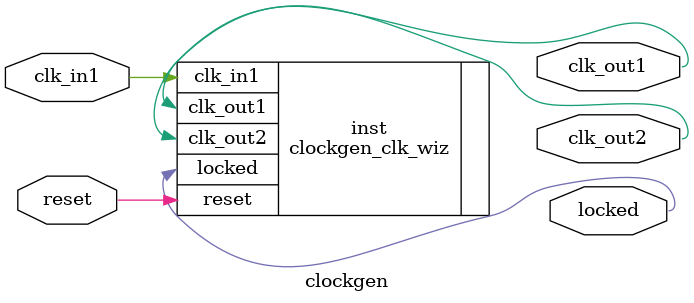
<source format=v>


`timescale 1ps/1ps

(* CORE_GENERATION_INFO = "clockgen,clk_wiz_v6_0_3_0_0,{component_name=clockgen,use_phase_alignment=true,use_min_o_jitter=false,use_max_i_jitter=false,use_dyn_phase_shift=false,use_inclk_switchover=false,use_dyn_reconfig=false,enable_axi=0,feedback_source=FDBK_AUTO,PRIMITIVE=MMCM,num_out_clk=2,clkin1_period=9.615,clkin2_period=10.000,use_power_down=false,use_reset=true,use_locked=true,use_inclk_stopped=false,feedback_type=SINGLE,CLOCK_MGR_TYPE=NA,manual_override=false}" *)

module clockgen 
 (
  // Clock out ports
  output        clk_out1,
  output        clk_out2,
  // Status and control signals
  input         reset,
  output        locked,
 // Clock in ports
  input         clk_in1
 );

  clockgen_clk_wiz inst
  (
  // Clock out ports  
  .clk_out1(clk_out1),
  .clk_out2(clk_out2),
  // Status and control signals               
  .reset(reset), 
  .locked(locked),
 // Clock in ports
  .clk_in1(clk_in1)
  );

endmodule

</source>
